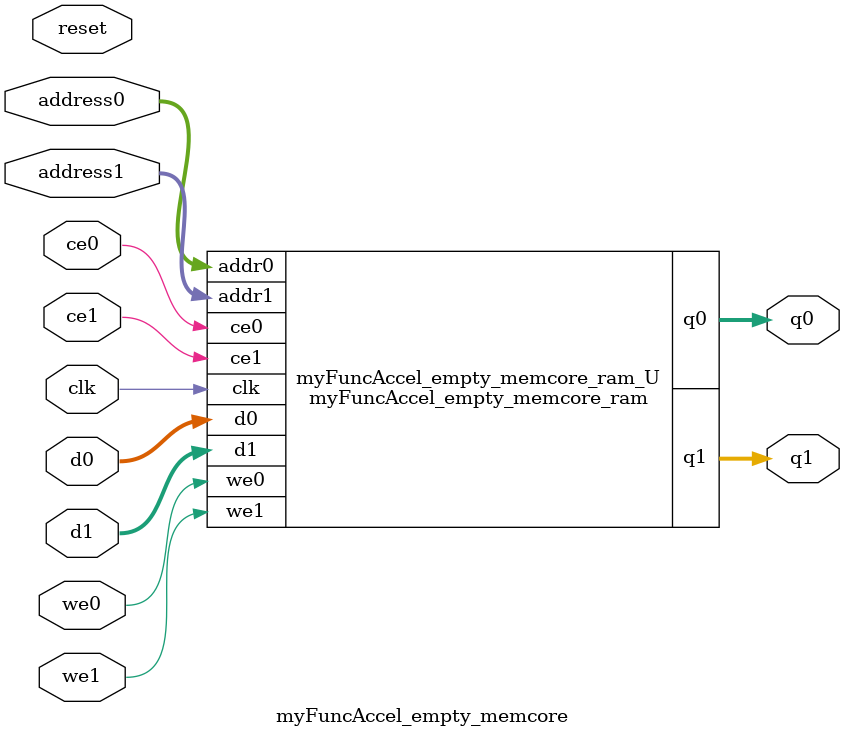
<source format=v>
`timescale 1 ns / 1 ps
module myFuncAccel_empty_memcore_ram (addr0, ce0, d0, we0, q0, addr1, ce1, d1, we1, q1,  clk);

parameter DWIDTH = 32;
parameter AWIDTH = 8;
parameter MEM_SIZE = 256;

input[AWIDTH-1:0] addr0;
input ce0;
input[DWIDTH-1:0] d0;
input we0;
output reg[DWIDTH-1:0] q0;
input[AWIDTH-1:0] addr1;
input ce1;
input[DWIDTH-1:0] d1;
input we1;
output reg[DWIDTH-1:0] q1;
input clk;

(* ram_style = "block" *)reg [DWIDTH-1:0] ram[0:MEM_SIZE-1];




always @(posedge clk)  
begin 
    if (ce0) 
    begin
        if (we0) 
        begin 
            ram[addr0] <= d0; 
        end 
        q0 <= ram[addr0];
    end
end


always @(posedge clk)  
begin 
    if (ce1) 
    begin
        if (we1) 
        begin 
            ram[addr1] <= d1; 
        end 
        q1 <= ram[addr1];
    end
end


endmodule

`timescale 1 ns / 1 ps
module myFuncAccel_empty_memcore(
    reset,
    clk,
    address0,
    ce0,
    we0,
    d0,
    q0,
    address1,
    ce1,
    we1,
    d1,
    q1);

parameter DataWidth = 32'd32;
parameter AddressRange = 32'd256;
parameter AddressWidth = 32'd8;
input reset;
input clk;
input[AddressWidth - 1:0] address0;
input ce0;
input we0;
input[DataWidth - 1:0] d0;
output[DataWidth - 1:0] q0;
input[AddressWidth - 1:0] address1;
input ce1;
input we1;
input[DataWidth - 1:0] d1;
output[DataWidth - 1:0] q1;



myFuncAccel_empty_memcore_ram myFuncAccel_empty_memcore_ram_U(
    .clk( clk ),
    .addr0( address0 ),
    .ce0( ce0 ),
    .we0( we0 ),
    .d0( d0 ),
    .q0( q0 ),
    .addr1( address1 ),
    .ce1( ce1 ),
    .we1( we1 ),
    .d1( d1 ),
    .q1( q1 ));

endmodule


</source>
